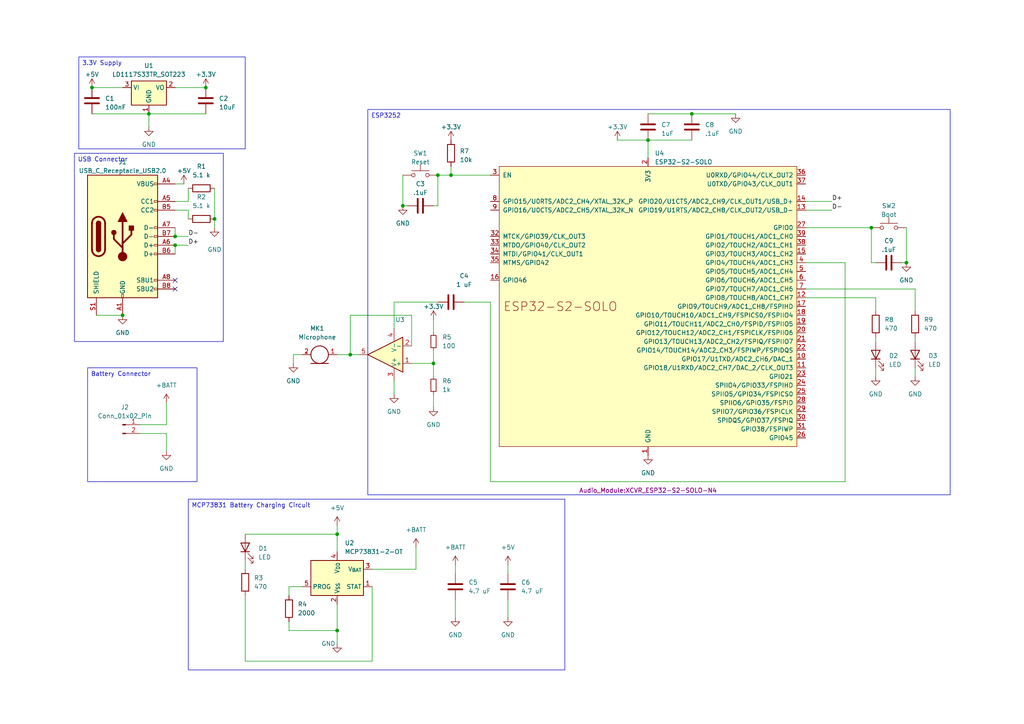
<source format=kicad_sch>
(kicad_sch (version 20230121) (generator eeschema)
  (paper "A4")
  (lib_symbols
    (symbol "Battery_Management:MCP73831-2-OT"
      (property "Reference" "U" (at -7.62 6.35 0))
      (property "Value" "MCP73831-2-OT" (at 1.27 6.35 0))
      (symbol "MCP73831-2-OT_0_1"
        (rectangle (start -7.62 5.08) (end 7.62 -5.08) (stroke (width 0.254)) (fill (type background)))
      )
      (symbol "MCP73831-2-OT_1_1"
        (pin output line (at 10.16 -2.54 180) (length 2.54) (name "STAT") (number "1"))
        (pin power_in line (at 0 -7.62 90) (length 2.54) (name "V_{SS}") (number "2"))
        (pin power_out line (at 10.16 2.54 180) (length 2.54) (name "V_{BAT}") (number "3"))
        (pin power_in line (at 0 7.62 270) (length 2.54) (name "V_{DD}") (number "4"))
        (pin input line (at -10.16 -2.54 0) (length 2.54) (name "PROG") (number "5"))
      )
    )
    (symbol "Connector:Conn_01x02_Pin" (pin_names (offset 1.016) hide)
      (property "Reference" "J" (at 0 2.54 0))
      (property "Value" "Conn_01x02_Pin" (at 0 -5.08 0))
      (symbol "Conn_01x02_Pin_1_1"
        (polyline (pts (xy 1.27 -2.54) (xy 0.8636 -2.54)) (stroke (width 0.1524)))
        (polyline (pts (xy 1.27 0) (xy 0.8636 0)) (stroke (width 0.1524)))
        (rectangle (start 0.8636 -2.413) (end 0 -2.667) (stroke (width 0.1524)) (fill (type outline)))
        (rectangle (start 0.8636 0.127) (end 0 -0.127) (stroke (width 0.1524)) (fill (type outline)))
        (pin passive line (at 5.08 0 180) (length 3.81) (name "Pin_1") (number "1"))
        (pin passive line (at 5.08 -2.54 180) (length 3.81) (name "Pin_2") (number "2"))
      )
    )
    (symbol "Connector:USB_C_Receptacle_USB2.0" (pin_names (offset 1.016))
      (property "Reference" "J" (at -10.16 19.05 0))
      (property "Value" "USB_C_Receptacle_USB2.0" (at 19.05 19.05 0))
      (symbol "USB_C_Receptacle_USB2.0_0_0"
        (rectangle (start -0.254 -17.78) (end 0.254 -16.764))
        (rectangle (start 10.16 -14.986) (end 9.144 -15.494))
        (rectangle (start 10.16 -12.446) (end 9.144 -12.954))
        (rectangle (start 10.16 -4.826) (end 9.144 -5.334))
        (rectangle (start 10.16 -2.286) (end 9.144 -2.794))
        (rectangle (start 10.16 0.254) (end 9.144 -0.254))
        (rectangle (start 10.16 2.794) (end 9.144 2.286))
        (rectangle (start 10.16 7.874) (end 9.144 7.366))
        (rectangle (start 10.16 10.414) (end 9.144 9.906))
        (rectangle (start 10.16 15.494) (end 9.144 14.986))
      )
      (symbol "USB_C_Receptacle_USB2.0_0_1"
        (rectangle (start -10.16 17.78) (end 10.16 -17.78) (stroke (width 0.254)) (fill (type background)))
        (arc (start -8.89 -3.81) (mid -6.985 -5.7067) (end -5.08 -3.81) (stroke (width 0.508)))
        (arc (start -7.62 -3.81) (mid -6.985 -4.4423) (end -6.35 -3.81) (stroke (width 0.254)))
        (arc (start -7.62 -3.81) (mid -6.985 -4.4423) (end -6.35 -3.81) (stroke (width 0.254)) (fill (type outline)))
        (rectangle (start -7.62 -3.81) (end -6.35 3.81) (stroke (width 0.254)) (fill (type outline)))
        (arc (start -6.35 3.81) (mid -6.985 4.4423) (end -7.62 3.81) (stroke (width 0.254)))
        (arc (start -6.35 3.81) (mid -6.985 4.4423) (end -7.62 3.81) (stroke (width 0.254)) (fill (type outline)))
        (arc (start -5.08 3.81) (mid -6.985 5.7067) (end -8.89 3.81) (stroke (width 0.508)))
        (circle (center -2.54 1.143) (radius 0.635) (stroke (width 0.254)) (fill (type outline)))
        (circle (center 0 -5.842) (radius 1.27) (fill (type outline)))
        (polyline (pts (xy -8.89 -3.81) (xy -8.89 3.81)) (stroke (width 0.508)))
        (polyline (pts (xy -5.08 3.81) (xy -5.08 -3.81)) (stroke (width 0.508)))
        (polyline (pts (xy 0 -5.842) (xy 0 4.318)) (stroke (width 0.508)))
        (polyline (pts (xy 0 -3.302) (xy -2.54 -0.762) (xy -2.54 0.508)) (stroke (width 0.508)))
        (polyline (pts (xy 0 -2.032) (xy 2.54 0.508) (xy 2.54 1.778)) (stroke (width 0.508)))
        (polyline (pts (xy -1.27 4.318) (xy 0 6.858) (xy 1.27 4.318) (xy -1.27 4.318)) (stroke (width 0.254)) (fill (type outline)))
        (rectangle (start 1.905 1.778) (end 3.175 3.048) (stroke (width 0.254)) (fill (type outline)))
      )
      (symbol "USB_C_Receptacle_USB2.0_1_1"
        (pin passive line (at 0 -22.86 90) (length 5.08) (name "GND") (number "A1"))
        (pin passive line (at 0 -22.86 90) (length 5.08) hide (name "GND") (number "A12"))
        (pin passive line (at 15.24 15.24 180) (length 5.08) (name "VBUS") (number "A4"))
        (pin bidirectional line (at 15.24 10.16 180) (length 5.08) (name "CC1") (number "A5"))
        (pin bidirectional line (at 15.24 -2.54 180) (length 5.08) (name "D+") (number "A6"))
        (pin bidirectional line (at 15.24 2.54 180) (length 5.08) (name "D-") (number "A7"))
        (pin bidirectional line (at 15.24 -12.7 180) (length 5.08) (name "SBU1") (number "A8"))
        (pin passive line (at 15.24 15.24 180) (length 5.08) hide (name "VBUS") (number "A9"))
        (pin passive line (at 0 -22.86 90) (length 5.08) hide (name "GND") (number "B1"))
        (pin passive line (at 0 -22.86 90) (length 5.08) hide (name "GND") (number "B12"))
        (pin passive line (at 15.24 15.24 180) (length 5.08) hide (name "VBUS") (number "B4"))
        (pin bidirectional line (at 15.24 7.62 180) (length 5.08) (name "CC2") (number "B5"))
        (pin bidirectional line (at 15.24 -5.08 180) (length 5.08) (name "D+") (number "B6"))
        (pin bidirectional line (at 15.24 0 180) (length 5.08) (name "D-") (number "B7"))
        (pin bidirectional line (at 15.24 -15.24 180) (length 5.08) (name "SBU2") (number "B8"))
        (pin passive line (at 15.24 15.24 180) (length 5.08) hide (name "VBUS") (number "B9"))
        (pin passive line (at -7.62 -22.86 90) (length 5.08) (name "SHIELD") (number "S1"))
      )
    )
    (symbol "Device:C" (pin_numbers hide) (pin_names (offset 0.254))
      (property "Reference" "C" (at 0.635 2.54 0))
      (property "Value" "C" (at 0.635 -2.54 0))
      (symbol "C_0_1"
        (polyline (pts (xy -2.032 -0.762) (xy 2.032 -0.762)) (stroke (width 0.508)))
        (polyline (pts (xy -2.032 0.762) (xy 2.032 0.762)) (stroke (width 0.508)))
      )
      (symbol "C_1_1"
        (pin passive line (at 0 3.81 270) (length 2.794) (name "~") (number "1"))
        (pin passive line (at 0 -3.81 90) (length 2.794) (name "~") (number "2"))
      )
    )
    (symbol "Device:LED" (pin_numbers hide) (pin_names (offset 1.016) hide)
      (property "Reference" "D" (at 0 2.54 0))
      (property "Value" "LED" (at 0 -2.54 0))
      (symbol "LED_0_1"
        (polyline (pts (xy -1.27 -1.27) (xy -1.27 1.27)) (stroke (width 0.254)))
        (polyline (pts (xy -1.27 0) (xy 1.27 0)))
        (polyline (pts (xy 1.27 -1.27) (xy 1.27 1.27) (xy -1.27 0) (xy 1.27 -1.27)) (stroke (width 0.254)))
        (polyline (pts (xy -3.048 -0.762) (xy -4.572 -2.286) (xy -3.81 -2.286) (xy -4.572 -2.286) (xy -4.572 -1.524)))
        (polyline (pts (xy -1.778 -0.762) (xy -3.302 -2.286) (xy -2.54 -2.286) (xy -3.302 -2.286) (xy -3.302 -1.524)))
      )
      (symbol "LED_1_1"
        (pin passive line (at -3.81 0 0) (length 2.54) (name "K") (number "1"))
        (pin passive line (at 3.81 0 180) (length 2.54) (name "A") (number "2"))
      )
    )
    (symbol "Device:Microphone" (pin_names (offset 0.0254) hide)
      (property "Reference" "MK" (at -3.81 1.27 0))
      (property "Value" "Microphone" (at -3.81 -0.635 0))
      (symbol "Microphone_0_1"
        (polyline (pts (xy -2.54 2.54) (xy -2.54 -2.54)) (stroke (width 0.254)))
        (polyline (pts (xy 0.254 3.81) (xy 0.762 3.81)))
        (polyline (pts (xy 0.508 4.064) (xy 0.508 3.556)))
        (circle (center 0 0) (radius 2.54) (stroke (width 0.254)))
      )
      (symbol "Microphone_1_1"
        (pin passive line (at 0 -5.08 90) (length 2.54) (name "-") (number "1"))
        (pin passive line (at 0 5.08 270) (length 2.54) (name "+") (number "2"))
      )
    )
    (symbol "Device:R" (pin_numbers hide) (pin_names (offset 0))
      (property "Reference" "R" (at 2.032 0 90))
      (property "Value" "R" (at 0 0 90))
      (symbol "R_0_1"
        (rectangle (start -1.016 -2.54) (end 1.016 2.54) (stroke (width 0.254)))
      )
      (symbol "R_1_1"
        (pin passive line (at 0 3.81 270) (length 1.27) (name "~") (number "1"))
        (pin passive line (at 0 -3.81 90) (length 1.27) (name "~") (number "2"))
      )
    )
    (symbol "Device:R_Small" (pin_numbers hide) (pin_names (offset 0.254) hide)
      (property "Reference" "R" (at 0.762 0.508 0))
      (property "Value" "R_Small" (at 0.762 -1.016 0))
      (symbol "R_Small_0_1"
        (rectangle (start -0.762 1.778) (end 0.762 -1.778) (stroke (width 0.2032)))
      )
      (symbol "R_Small_1_1"
        (pin passive line (at 0 2.54 270) (length 0.762) (name "~") (number "1"))
        (pin passive line (at 0 -2.54 90) (length 0.762) (name "~") (number "2"))
      )
    )
    (symbol "Regulator_Linear:LD1117S33TR_SOT223"
      (property "Reference" "U" (at -3.81 3.175 0))
      (property "Value" "LD1117S33TR_SOT223" (at 0 3.175 0))
      (symbol "LD1117S33TR_SOT223_0_1"
        (rectangle (start -5.08 -5.08) (end 5.08 1.905) (stroke (width 0.254)) (fill (type background)))
      )
      (symbol "LD1117S33TR_SOT223_1_1"
        (pin power_in line (at 0 -7.62 90) (length 2.54) (name "GND") (number "1"))
        (pin power_out line (at 7.62 0 180) (length 2.54) (name "VO") (number "2"))
        (pin power_in line (at -7.62 0 0) (length 2.54) (name "VI") (number "3"))
      )
    )
    (symbol "Simulation_SPICE:OPAMP" (pin_names (offset 0.254))
      (property "Reference" "U" (at 3.81 3.175 0))
      (property "Value" "${SIM.PARAMS}" (at 3.81 -3.175 0))
      (symbol "OPAMP_0_1"
        (polyline (pts (xy 5.08 0) (xy -5.08 5.08) (xy -5.08 -5.08) (xy 5.08 0)) (stroke (width 0.254)) (fill (type background)))
      )
      (symbol "OPAMP_1_1"
        (pin input line (at -7.62 2.54 0) (length 2.54) (name "+") (number "1"))
        (pin input line (at -7.62 -2.54 0) (length 2.54) (name "-") (number "2"))
        (pin power_in line (at -2.54 7.62 270) (length 3.81) (name "V+") (number "3"))
        (pin power_in line (at -2.54 -7.62 90) (length 3.81) (name "V-") (number "4"))
        (pin output line (at 7.62 0 180) (length 2.54) (name "~") (number "5"))
      )
    )
    (symbol "Switch:SW_Omron_B3FS" (pin_numbers hide) (pin_names (offset 1.016) hide)
      (property "Reference" "SW" (at 1.27 2.54 0))
      (property "Value" "SW_Omron_B3FS" (at 0 -1.524 0))
      (symbol "SW_Omron_B3FS_0_1"
        (circle (center -2.032 0) (radius 0.508))
        (polyline (pts (xy 0 1.27) (xy 0 3.048)))
        (polyline (pts (xy 2.54 1.27) (xy -2.54 1.27)))
        (circle (center 2.032 0) (radius 0.508))
        (pin passive line (at -5.08 0 0) (length 2.54) (name "1") (number "1"))
        (pin passive line (at 5.08 0 180) (length 2.54) (name "2") (number "2"))
      )
    )
    (symbol "esp32:ESP32-S2-SOLO" (pin_names (offset 1.016))
      (property "Reference" "U" (at -43.18 45.72 0))
      (property "Value" "ESP32-S2-SOLO" (at -43.18 43.18 0))
      (symbol "ESP32-S2-SOLO_0_1"
        (rectangle (start -43.18 40.64) (end 43.18 -40.64) (fill (type background)))
      )
      (symbol "ESP32-S2-SOLO_1_1"
        (text "ESP32-S2-SOLO" (at -25.4 0 0) (effects (font (size 2.54 2.54))))
        (pin power_in line (at 0 -43.18 90) (length 2.54) (name "GND") (number "1"))
        (pin bidirectional line (at 45.72 -15.24 180) (length 2.54) (name "GPIO17/U1TXD/ADC2_CH6/DAC_1") (number "10"))
        (pin bidirectional line (at 45.72 -17.78 180) (length 2.54) (name "GPIO18/U1RXD/ADC2_CH7/DAC_2/CLK_OUT3") (number "11"))
        (pin bidirectional line (at 45.72 2.54 180) (length 2.54) (name "GPIO8/TOUCH8/ADC1_CH7") (number "12"))
        (pin bidirectional line (at 45.72 27.94 180) (length 2.54) (name "GPIO19/U1RTS/ADC2_CH8/CLK_OUT2/USB_D-") (number "13"))
        (pin bidirectional line (at 45.72 30.48 180) (length 2.54) (name "GPIO20/U1CTS/ADC2_CH9/CLK_OUT1/USB_D+") (number "14"))
        (pin bidirectional line (at 45.72 15.24 180) (length 2.54) (name "GPIO3/TOUCH3/ADC1_CH2") (number "15"))
        (pin input line (at -45.72 7.62 0) (length 2.54) (name "GPIO46") (number "16"))
        (pin bidirectional line (at 45.72 0 180) (length 2.54) (name "GPIO9/TOUCH9/ADC1_CH8/FSPIHD") (number "17"))
        (pin bidirectional line (at 45.72 -2.54 180) (length 2.54) (name "GPIO10/TOUCH10/ADC1_CH9/FSPICS0/FSPIIO4") (number "18"))
        (pin bidirectional line (at 45.72 -5.08 180) (length 2.54) (name "GPIO11/TOUCH11/ADC2_CH0/FSPID/FSPIIO5") (number "19"))
        (pin power_in line (at 0 43.18 270) (length 2.54) (name "3V3") (number "2"))
        (pin bidirectional line (at 45.72 -7.62 180) (length 2.54) (name "GPIO12/TOUCH12/ADC2_CH1/FSPICLK/FSPIIO6") (number "20"))
        (pin bidirectional line (at 45.72 -10.16 180) (length 2.54) (name "GPIO13/TOUCH13/ADC2_CH2/FSPIQ/FSPIIO7") (number "21"))
        (pin bidirectional line (at 45.72 -12.7 180) (length 2.54) (name "GPIO14/TOUCH14/ADC2_CH3/FSPIWP/FSPIDQS") (number "22"))
        (pin bidirectional line (at 45.72 -20.32 180) (length 2.54) (name "GPIO21") (number "23"))
        (pin bidirectional line (at 45.72 -22.86 180) (length 2.54) (name "SPIIO4/GPIO33/FSPIHD") (number "24"))
        (pin bidirectional line (at 45.72 -25.4 180) (length 2.54) (name "SPIIO5/GPIO34/FSPICS0") (number "25"))
        (pin bidirectional line (at 45.72 -38.1 180) (length 2.54) (name "GPIO45") (number "26"))
        (pin bidirectional line (at 45.72 22.86 180) (length 2.54) (name "GPIO0") (number "27"))
        (pin bidirectional line (at 45.72 -27.94 180) (length 2.54) (name "SPIIO6/GPIO35/FSPID") (number "28"))
        (pin bidirectional line (at 45.72 -30.48 180) (length 2.54) (name "SPIIO7/GPIO36/FSPICLK") (number "29"))
        (pin bidirectional line (at -45.72 38.1 0) (length 2.54) (name "EN") (number "3"))
        (pin bidirectional line (at 45.72 -33.02 180) (length 2.54) (name "SPIDQS/GPIO37/FSPIQ") (number "30"))
        (pin bidirectional line (at 45.72 -35.56 180) (length 2.54) (name "GPIO38/FSPIWP") (number "31"))
        (pin bidirectional line (at -45.72 20.32 0) (length 2.54) (name "MTCK/GPIO39/CLK_OUT3") (number "32"))
        (pin bidirectional line (at -45.72 17.78 0) (length 2.54) (name "MTDO/GPIO40/CLK_OUT2") (number "33"))
        (pin bidirectional line (at -45.72 15.24 0) (length 2.54) (name "MTDI/GPIO41/CLK_OUT1") (number "34"))
        (pin bidirectional line (at -45.72 12.7 0) (length 2.54) (name "MTMS/GPIO42") (number "35"))
        (pin bidirectional line (at 45.72 38.1 180) (length 2.54) (name "U0RXD/GPIO44/CLK_OUT2") (number "36"))
        (pin bidirectional line (at 45.72 35.56 180) (length 2.54) (name "U0TXD/GPIO43/CLK_OUT1") (number "37"))
        (pin bidirectional line (at 45.72 17.78 180) (length 2.54) (name "GPIO2/TOUCH2/ADC1_CH1") (number "38"))
        (pin bidirectional line (at 45.72 20.32 180) (length 2.54) (name "GPIO1/TOUCH1/ADC1_CH0") (number "39"))
        (pin bidirectional line (at 45.72 12.7 180) (length 2.54) (name "GPIO4/TOUCH4/ADC1_CH3") (number "4"))
        (pin passive line (at 0 -43.18 90) (length 2.54) hide (name "GND") (number "40"))
        (pin passive line (at 0 -43.18 90) (length 2.54) hide (name "GND") (number "41"))
        (pin bidirectional line (at 45.72 10.16 180) (length 2.54) (name "GPIO5/TOUCH5/ADC1_CH4") (number "5"))
        (pin bidirectional line (at 45.72 7.62 180) (length 2.54) (name "GPIO6/TOUCH6/ADC1_CH5") (number "6"))
        (pin bidirectional line (at 45.72 5.08 180) (length 2.54) (name "GPIO7/TOUCH7/ADC1_CH6") (number "7"))
        (pin bidirectional line (at -45.72 30.48 0) (length 2.54) (name "GPIO15/U0RTS/ADC2_CH4/XTAL_32K_P") (number "8"))
        (pin bidirectional line (at -45.72 27.94 0) (length 2.54) (name "GPIO16/U0CTS/ADC2_CH5/XTAL_32K_N") (number "9"))
      )
    )
    (symbol "power:+3.3V" (power) (pin_names (offset 0))
      (property "Value" "+3.3V" (at 0 3.556 0))
      (symbol "+3.3V_0_1"
        (polyline (pts (xy -0.762 1.27) (xy 0 2.54)))
        (polyline (pts (xy 0 0) (xy 0 2.54)))
        (polyline (pts (xy 0 2.54) (xy 0.762 1.27)))
      )
      (symbol "+3.3V_1_1"
        (pin power_in line (at 0 0 90) (length 0) hide (name "+3.3V") (number "1"))
      )
    )
    (symbol "power:+5V" (power) (pin_names (offset 0))
      (property "Value" "+5V" (at 0 3.556 0))
      (symbol "+5V_0_1"
        (polyline (pts (xy -0.762 1.27) (xy 0 2.54)))
        (polyline (pts (xy 0 0) (xy 0 2.54)))
        (polyline (pts (xy 0 2.54) (xy 0.762 1.27)))
      )
      (symbol "+5V_1_1"
        (pin power_in line (at 0 0 90) (length 0) hide (name "+5V") (number "1"))
      )
    )
    (symbol "power:+BATT" (power) (pin_names (offset 0))
      (property "Value" "+BATT" (at 0 3.556 0))
      (symbol "+BATT_0_1"
        (polyline (pts (xy -0.762 1.27) (xy 0 2.54)))
        (polyline (pts (xy 0 0) (xy 0 2.54)))
        (polyline (pts (xy 0 2.54) (xy 0.762 1.27)))
      )
      (symbol "+BATT_1_1"
        (pin power_in line (at 0 0 90) (length 0) hide (name "+BATT") (number "1"))
      )
    )
    (symbol "power:GND" (power) (pin_names (offset 0))
      (property "Value" "GND" (at 0 -3.81 0))
      (symbol "GND_0_1"
        (polyline (pts (xy 0 0) (xy 0 -1.27) (xy 1.27 -1.27) (xy 0 -2.54) (xy -1.27 -1.27) (xy 0 -1.27)))
      )
      (symbol "GND_1_1"
        (pin power_in line (at 0 0 270) (length 0) hide (name "GND") (number "1"))
      )
    )
  )
  (junction (at 59.69 25.4))
  (junction (at 101.6 102.87))
  (junction (at 97.79 154.94))
  (junction (at 50.8 71.12))
  (junction (at 50.8 68.58))
  (junction (at 35.56 91.44))
  (junction (at 62.23 63.5))
  (junction (at 116.84 59.69))
  (junction (at 130.81 50.8))
  (junction (at 200.66 33.02))
  (junction (at 127 50.8))
  (junction (at 43.18 33.02))
  (junction (at 262.89 76.2))
  (junction (at 252.73 66.04))
  (junction (at 97.79 182.88))
  (junction (at 187.96 40.64))
  (junction (at 125.73 105.41))
  (junction (at 26.67 25.4))
  (no_connect (at 50.8 83.82))
  (no_connect (at 50.8 81.28))
  (wire (pts (xy 26.67 33.02) (xy 43.18 33.02)))
  (wire (pts (xy 50.8 58.42) (xy 54.61 58.42)))
  (wire (pts (xy 245.11 76.2) (xy 233.68 76.2)))
  (wire (pts (xy 147.32 163.83) (xy 147.32 166.37)))
  (wire (pts (xy 254 106.68) (xy 254 109.22)))
  (wire (pts (xy 130.81 50.8) (xy 127 50.8)))
  (wire (pts (xy 252.73 66.04) (xy 252.73 76.2)))
  (wire (pts (xy 43.18 33.02) (xy 43.18 36.83)))
  (wire (pts (xy 233.68 60.96) (xy 241.3 60.96)))
  (wire (pts (xy 48.26 116.84) (xy 48.26 123.19)))
  (wire (pts (xy 26.67 25.4) (xy 35.56 25.4)))
  (wire (pts (xy 101.6 91.44) (xy 101.6 102.87)))
  (wire (pts (xy 245.11 139.7) (xy 245.11 76.2)))
  (wire (pts (xy 142.24 87.63) (xy 142.24 139.7)))
  (wire (pts (xy 262.89 76.2) (xy 261.62 76.2)))
  (wire (pts (xy 83.82 182.88) (xy 97.79 182.88)))
  (wire (pts (xy 233.68 66.04) (xy 252.73 66.04)))
  (wire (pts (xy 120.65 158.75) (xy 120.65 165.1)))
  (wire (pts (xy 71.12 191.77) (xy 71.12 172.72)))
  (wire (pts (xy 85.09 102.87) (xy 85.09 105.41)))
  (wire (pts (xy 54.61 58.42) (xy 54.61 54.61)))
  (wire (pts (xy 27.94 91.44) (xy 35.56 91.44)))
  (wire (pts (xy 97.79 175.26) (xy 97.79 182.88)))
  (wire (pts (xy 125.73 92.71) (xy 125.73 96.52)))
  (wire (pts (xy 179.07 40.64) (xy 187.96 40.64)))
  (wire (pts (xy 125.73 105.41) (xy 125.73 109.22)))
  (wire (pts (xy 50.8 71.12) (xy 54.61 71.12)))
  (wire (pts (xy 50.8 60.96) (xy 54.61 60.96)))
  (wire (pts (xy 50.8 53.34) (xy 53.34 53.34)))
  (wire (pts (xy 71.12 162.56) (xy 71.12 165.1)))
  (wire (pts (xy 40.64 125.73) (xy 48.26 125.73)))
  (wire (pts (xy 97.79 152.4) (xy 97.79 154.94)))
  (wire (pts (xy 187.96 33.02) (xy 200.66 33.02)))
  (wire (pts (xy 125.73 101.6) (xy 125.73 105.41)))
  (wire (pts (xy 265.43 106.68) (xy 265.43 109.22)))
  (wire (pts (xy 114.3 110.49) (xy 114.3 114.3)))
  (wire (pts (xy 101.6 102.87) (xy 104.14 102.87)))
  (wire (pts (xy 50.8 25.4) (xy 59.69 25.4)))
  (wire (pts (xy 187.96 40.64) (xy 200.66 40.64)))
  (wire (pts (xy 116.84 59.69) (xy 116.84 50.8)))
  (wire (pts (xy 107.95 170.18) (xy 107.95 191.77)))
  (wire (pts (xy 233.68 83.82) (xy 265.43 83.82)))
  (wire (pts (xy 142.24 139.7) (xy 245.11 139.7)))
  (wire (pts (xy 132.08 173.99) (xy 132.08 179.07)))
  (wire (pts (xy 254 86.36) (xy 254 90.17)))
  (wire (pts (xy 83.82 180.34) (xy 83.82 182.88)))
  (wire (pts (xy 50.8 71.12) (xy 50.8 73.66)))
  (wire (pts (xy 200.66 33.02) (xy 213.36 33.02)))
  (wire (pts (xy 119.38 91.44) (xy 101.6 91.44)))
  (wire (pts (xy 265.43 83.82) (xy 265.43 90.17)))
  (wire (pts (xy 114.3 87.63) (xy 127 87.63)))
  (wire (pts (xy 125.73 114.3) (xy 125.73 118.11)))
  (wire (pts (xy 233.68 58.42) (xy 241.3 58.42)))
  (wire (pts (xy 233.68 86.36) (xy 254 86.36)))
  (wire (pts (xy 134.62 87.63) (xy 142.24 87.63)))
  (wire (pts (xy 262.89 66.04) (xy 262.89 76.2)))
  (wire (pts (xy 265.43 97.79) (xy 265.43 99.06)))
  (wire (pts (xy 87.63 170.18) (xy 83.82 170.18)))
  (wire (pts (xy 97.79 182.88) (xy 97.79 186.69)))
  (wire (pts (xy 130.81 48.26) (xy 130.81 50.8)))
  (wire (pts (xy 254 97.79) (xy 254 99.06)))
  (wire (pts (xy 40.64 123.19) (xy 48.26 123.19)))
  (wire (pts (xy 83.82 170.18) (xy 83.82 172.72)))
  (wire (pts (xy 130.81 50.8) (xy 142.24 50.8)))
  (wire (pts (xy 54.61 68.58) (xy 50.8 68.58)))
  (wire (pts (xy 187.96 40.64) (xy 187.96 45.72)))
  (wire (pts (xy 97.79 102.87) (xy 101.6 102.87)))
  (wire (pts (xy 125.73 59.69) (xy 127 59.69)))
  (wire (pts (xy 107.95 165.1) (xy 120.65 165.1)))
  (wire (pts (xy 62.23 54.61) (xy 62.23 63.5)))
  (wire (pts (xy 118.11 59.69) (xy 116.84 59.69)))
  (wire (pts (xy 54.61 60.96) (xy 54.61 63.5)))
  (wire (pts (xy 119.38 105.41) (xy 125.73 105.41)))
  (wire (pts (xy 127 50.8) (xy 127 59.69)))
  (wire (pts (xy 119.38 100.33) (xy 119.38 91.44)))
  (wire (pts (xy 107.95 191.77) (xy 71.12 191.77)))
  (wire (pts (xy 97.79 154.94) (xy 97.79 160.02)))
  (wire (pts (xy 87.63 102.87) (xy 85.09 102.87)))
  (wire (pts (xy 132.08 163.83) (xy 132.08 166.37)))
  (wire (pts (xy 50.8 66.04) (xy 50.8 68.58)))
  (wire (pts (xy 43.18 33.02) (xy 59.69 33.02)))
  (wire (pts (xy 97.79 154.94) (xy 71.12 154.94)))
  (wire (pts (xy 147.32 173.99) (xy 147.32 179.07)))
  (wire (pts (xy 62.23 63.5) (xy 62.23 66.04)))
  (wire (pts (xy 114.3 95.25) (xy 114.3 87.63)))
  (wire (pts (xy 254 76.2) (xy 252.73 76.2)))
  (wire (pts (xy 48.26 125.73) (xy 48.26 130.81)))
  (text_box "Battery Connector" (at 25.4 106.68 0) (size 31.75 33.02) (effects (font (size 1.27 1.27)) (justify left top)))
  (text_box "ESP3252" (at 106.68 31.75 0) (size 168.91 111.76) (effects (font (size 1.27 1.27)) (justify left top)))
  (text_box "USB Connector" (at 21.59 44.45 0) (size 43.18 54.61) (effects (font (size 1.27 1.27)) (justify left top)))
  (text_box "3.3V Supply" (at 22.86 16.51 0) (size 48.26 26.67) (effects (font (size 1.27 1.27)) (justify left top)))
  (text_box "MCP73831 Battery Charging Circuit" (at 54.61 144.78 0) (size 109.22 49.53) (effects (font (size 1.27 1.27)) (justify left top)))
  (label "D+" (at 54.61 71.12 0))
  (label "D-" (at 241.3 60.96 0))
  (label "D-" (at 54.61 68.58 0))
  (label "D+" (at 241.3 58.42 0))
  (symbol (lib_id "power:+5V") (at 26.67 25.4 0) (unit 1)
    (property "Reference" "#PWR01" (effects hide))
    (property "Value" "+5V" (at 26.67 21.59 0))
  )
  (symbol (lib_id "power:GND") (at 116.84 59.69 0) (unit 1)
    (property "Reference" "#PWR013" (effects hide))
    (property "Value" "GND" (at 116.84 64.77 0))
  )
  (symbol (lib_id "Device:C") (at 130.81 87.63 270) (unit 1)
    (property "Reference" "C4" (at 134.62 80.01 90))
    (property "Value" "1 uF" (at 134.62 82.55 90))
    (property "Footprint" "Capacitor_SMD:C_0603_1608Metric" (effects hide))
  )
  (symbol (lib_id "Device:R") (at 58.42 54.61 90) (unit 1)
    (property "Reference" "R1" (at 58.42 48.26 90))
    (property "Value" "5.1 k" (at 58.42 50.8 90))
    (property "Footprint" "Resistor_SMD:R_0603_1608Metric" (effects hide))
  )
  (symbol (lib_id "power:GND") (at 43.18 36.83 0) (unit 1)
    (property "Reference" "#PWR03" (effects hide))
    (property "Value" "GND" (at 43.18 41.91 0))
  )
  (symbol (lib_id "Device:R_Small") (at 125.73 99.06 0) (unit 1)
    (property "Reference" "R5" (at 128.27 97.79 0) (effects (justify left)))
    (property "Value" "100" (at 128.27 100.33 0) (effects (justify left)))
    (property "Footprint" "Resistor_SMD:R_0603_1608Metric" (effects hide))
  )
  (symbol (lib_id "Connector:Conn_01x02_Pin") (at 35.56 123.19 0) (unit 1)
    (property "Reference" "J2" (at 36.195 118.11 0))
    (property "Value" "Conn_01x02_Pin" (at 36.195 120.65 0))
    (property "Footprint" "Audio_Module:CONN_61300211121_WRE" (effects hide))
  )
  (symbol (lib_id "power:GND") (at 262.89 76.2 0) (unit 1)
    (property "Reference" "#PWR026" (effects hide))
    (property "Value" "GND" (at 262.89 81.28 0))
  )
  (symbol (lib_id "Device:R") (at 130.81 44.45 0) (unit 1)
    (property "Reference" "R7" (at 133.35 43.815 0) (effects (justify left)))
    (property "Value" "10k" (at 133.35 46.355 0) (effects (justify left)))
    (property "Footprint" "Resistor_SMD:R_0603_1608Metric" (effects hide))
  )
  (symbol (lib_id "Battery_Management:MCP73831-2-OT") (at 97.79 167.64 0) (unit 1)
    (property "Reference" "U2" (at 99.9841 157.48 0) (effects (justify left)))
    (property "Value" "MCP73831-2-OT" (at 99.9841 160.02 0) (effects (justify left)))
    (property "Footprint" "Package_TO_SOT_SMD:SOT-23-5" (effects hide))
    (property "Datasheet" "http://ww1.microchip.com/downloads/en/DeviceDoc/20001984g.pdf" (effects hide))
  )
  (symbol (lib_id "Device:LED") (at 265.43 102.87 90) (unit 1)
    (property "Reference" "D3" (at 269.24 103.1875 90) (effects (justify right)))
    (property "Value" "LED" (at 269.24 105.7275 90) (effects (justify right)))
    (property "Footprint" "LED_SMD:LED_0603_1608Metric" (effects hide))
  )
  (symbol (lib_id "power:GND") (at 97.79 186.69 0) (unit 1)
    (property "Reference" "#PWR011" (effects hide))
    (property "Value" "GND" (at 95.25 186.69 0))
  )
  (symbol (lib_id "power:GND") (at 265.43 109.22 0) (unit 1)
    (property "Reference" "#PWR027" (effects hide))
    (property "Value" "GND" (at 265.43 114.3 0))
  )
  (symbol (lib_id "Device:R_Small") (at 125.73 111.76 0) (unit 1)
    (property "Reference" "R6" (at 128.27 110.49 0) (effects (justify left)))
    (property "Value" "1k" (at 128.27 113.03 0) (effects (justify left)))
    (property "Footprint" "Resistor_SMD:R_0603_1608Metric" (effects hide))
  )
  (symbol (lib_id "power:+3.3V") (at 179.07 40.64 0) (unit 1)
    (property "Reference" "#PWR022" (effects hide))
    (property "Value" "+3.3V" (at 179.07 36.83 0))
  )
  (symbol (lib_id "power:+3.3V") (at 130.81 40.64 0) (unit 1)
    (property "Reference" "#PWR017" (effects hide))
    (property "Value" "+3.3V" (at 130.81 36.83 0))
  )
  (symbol (lib_id "Device:Microphone") (at 92.71 102.87 90) (unit 1)
    (property "Reference" "MK1" (at 92.0115 95.25 90))
    (property "Value" "Microphone" (at 92.0115 97.79 90))
    (property "Footprint" "Audio_Module:MIC_CMA-4544PF-W" (effects hide))
  )
  (symbol (lib_id "power:GND") (at 187.96 132.08 0) (unit 1)
    (property "Reference" "#PWR023" (effects hide))
    (property "Value" "GND" (at 187.96 137.16 0))
  )
  (symbol (lib_id "Switch:SW_Omron_B3FS") (at 121.92 50.8 0) (unit 1)
    (property "Reference" "SW1" (at 121.92 44.45 0))
    (property "Value" "Reset" (at 121.92 46.99 0))
    (property "Footprint" "Audio_Module:D6R90_CNK" (effects hide))
    (property "Datasheet" "https://omronfs.omron.com/en_US/ecb/products/pdf/en-b3fs.pdf" (effects hide))
  )
  (symbol (lib_id "Connector:USB_C_Receptacle_USB2.0") (at 35.56 68.58 0) (unit 1)
    (property "Reference" "J1" (at 35.56 46.99 0))
    (property "Value" "USB_C_Receptacle_USB2.0" (at 35.56 49.53 0))
    (property "Footprint" "Audio_Module:GCT_USB4105-GF-A" (effects hide))
    (property "Datasheet" "https://www.usb.org/sites/default/files/documents/usb_type-c.zip" (effects hide))
    (property "Digikey" "https://www.digikey.com/en/products/detail/jae-electronics/dx07s016ja1r1500/11585731" (effects hide))
  )
  (symbol (lib_id "Device:R") (at 58.42 63.5 270) (unit 1)
    (property "Reference" "R2" (at 58.42 57.15 90))
    (property "Value" "5.1 k" (at 58.42 59.69 90))
    (property "Footprint" "Resistor_SMD:R_0603_1608Metric" (effects hide))
  )
  (symbol (lib_id "Device:C") (at 257.81 76.2 90) (unit 1)
    (property "Reference" "C9" (at 257.81 69.85 90))
    (property "Value" ".1uF" (at 257.81 72.39 90))
    (property "Footprint" "Capacitor_SMD:C_0603_1608Metric" (effects hide))
  )
  (symbol (lib_id "power:GND") (at 132.08 179.07 0) (unit 1)
    (property "Reference" "#PWR019" (effects hide))
    (property "Value" "GND" (at 132.08 184.15 0))
  )
  (symbol (lib_id "Regulator_Linear:LD1117S33TR_SOT223") (at 43.18 25.4 0) (unit 1)
    (property "Reference" "U1" (at 43.18 19.05 0))
    (property "Value" "LD1117S33TR_SOT223" (at 43.18 21.59 0))
    (property "Footprint" "Package_TO_SOT_SMD:SOT-223-3_TabPin2" (effects hide))
    (property "Datasheet" "http://www.st.com/st-web-ui/static/active/en/resource/technical/document/datasheet/CD00000544.pdf" (effects hide))
  )
  (symbol (lib_id "power:+BATT") (at 48.26 116.84 0) (unit 1)
    (property "Reference" "#PWR04" (effects hide))
    (property "Value" "+BATT" (at 48.26 111.76 0))
  )
  (symbol (lib_id "power:GND") (at 213.36 33.02 0) (unit 1)
    (property "Reference" "#PWR024" (effects hide))
    (property "Value" "GND" (at 213.36 38.1 0))
  )
  (symbol (lib_id "Device:C") (at 132.08 170.18 0) (unit 1)
    (property "Reference" "C5" (at 135.89 168.91 0) (effects (justify left)))
    (property "Value" "4.7 uF" (at 135.89 171.45 0) (effects (justify left)))
    (property "Footprint" "Capacitor_SMD:C_0603_1608Metric" (effects hide))
  )
  (symbol (lib_id "power:GND") (at 125.73 118.11 0) (unit 1)
    (property "Reference" "#PWR016" (effects hide))
    (property "Value" "GND" (at 125.73 123.19 0))
  )
  (symbol (lib_id "power:GND") (at 147.32 179.07 0) (unit 1)
    (property "Reference" "#PWR021" (effects hide))
    (property "Value" "GND" (at 147.32 184.15 0))
  )
  (symbol (lib_id "Device:C") (at 147.32 170.18 0) (unit 1)
    (property "Reference" "C6" (at 151.13 168.91 0) (effects (justify left)))
    (property "Value" "4.7 uF" (at 151.13 171.45 0) (effects (justify left)))
    (property "Footprint" "Capacitor_SMD:C_0603_1608Metric" (effects hide))
  )
  (symbol (lib_id "power:GND") (at 85.09 105.41 0) (unit 1)
    (property "Reference" "#PWR09" (effects hide))
    (property "Value" "GND" (at 85.09 110.49 0))
  )
  (symbol (lib_id "power:+5V") (at 147.32 163.83 0) (unit 1)
    (property "Reference" "#PWR020" (effects hide))
    (property "Value" "+5V" (at 147.32 158.75 0))
  )
  (symbol (lib_id "esp32:ESP32-S2-SOLO") (at 187.96 88.9 0) (unit 1)
    (property "Reference" "U4" (at 189.9159 44.45 0) (effects (justify left)))
    (property "Value" "ESP32-S2-SOLO" (at 189.9159 46.99 0) (effects (justify left)))
    (property "Footprint" "Audio_Module:XCVR_ESP32-S2-SOLO-N4" (at 187.96 142.24 0))
    (property "Datasheet" "https://www.espressif.com/sites/default/files/documentation/esp32-s2-solo_esp32-s2-solo-u_datasheet_en.pdf" (effects hide))
  )
  (symbol (lib_id "Simulation_SPICE:OPAMP") (at 111.76 102.87 180) (unit 1)
    (property "Reference" "U3" (at 114.6459 92.71 0) (effects (justify right)))
    (property "Value" "${SIM.PARAMS}" (effects hide))
    (property "Footprint" "Audio_Module:SOT-23-5_MC_MCH-L" (effects hide))
    (property "Sim.Pins" "1=in+ 2=in- 3=vcc 4=vee 5=out" (effects hide))
    (property "Sim.Device" "SUBCKT" (effects hide))
    (property "Sim.Library" "${KICAD7_SYMBOL_DIR}/Simulation_SPICE.sp" (effects hide))
    (property "Sim.Name" "kicad_builtin_opamp" (effects hide))
  )
  (symbol (lib_id "power:GND") (at 114.3 114.3 0) (unit 1)
    (property "Reference" "#PWR012" (effects hide))
    (property "Value" "GND" (at 114.3 119.38 0))
  )
  (symbol (lib_id "power:GND") (at 35.56 91.44 0) (unit 1)
    (property "Reference" "#PWR02" (effects hide))
    (property "Value" "GND" (at 35.56 96.52 0))
  )
  (symbol (lib_id "Device:LED") (at 254 102.87 90) (unit 1)
    (property "Reference" "D2" (at 257.81 103.1875 90) (effects (justify right)))
    (property "Value" "LED" (at 257.81 105.7275 90) (effects (justify right)))
    (property "Footprint" "LED_SMD:LED_0603_1608Metric" (effects hide))
  )
  (symbol (lib_id "Device:C") (at 26.67 29.21 0) (unit 1)
    (property "Reference" "C1" (at 30.48 28.575 0) (effects (justify left)))
    (property "Value" "100nF" (at 30.48 31.115 0) (effects (justify left)))
    (property "Footprint" "Capacitor_SMD:C_0603_1608Metric" (effects hide))
  )
  (symbol (lib_id "Device:LED") (at 71.12 158.75 90) (unit 1)
    (property "Reference" "D1" (at 74.93 159.0675 90) (effects (justify right)))
    (property "Value" "LED" (at 74.93 161.6075 90) (effects (justify right)))
    (property "Footprint" "LED_SMD:LED_0603_1608Metric" (effects hide))
  )
  (symbol (lib_id "power:+BATT") (at 120.65 158.75 0) (unit 1)
    (property "Reference" "#PWR014" (effects hide))
    (property "Value" "+BATT" (at 120.65 153.67 0))
  )
  (symbol (lib_id "Switch:SW_Omron_B3FS") (at 257.81 66.04 0) (unit 1)
    (property "Reference" "SW2" (at 257.81 59.69 0))
    (property "Value" "Boot" (at 257.81 62.23 0))
    (property "Footprint" "Audio_Module:D6R90_CNK" (effects hide))
    (property "Datasheet" "https://omronfs.omron.com/en_US/ecb/products/pdf/en-b3fs.pdf" (effects hide))
  )
  (symbol (lib_id "Device:C") (at 200.66 36.83 0) (unit 1)
    (property "Reference" "C8" (at 204.47 36.195 0) (effects (justify left)))
    (property "Value" ".1uF" (at 204.47 38.735 0) (effects (justify left)))
    (property "Footprint" "Capacitor_SMD:C_0603_1608Metric" (effects hide))
  )
  (symbol (lib_id "power:+3.3V") (at 125.73 92.71 0) (unit 1)
    (property "Reference" "#PWR015" (effects hide))
    (property "Value" "+3.3V" (at 125.73 88.9 0))
  )
  (symbol (lib_id "power:+5V") (at 97.79 152.4 0) (unit 1)
    (property "Reference" "#PWR010" (effects hide))
    (property "Value" "+5V" (at 97.79 147.32 0))
  )
  (symbol (lib_id "power:+3.3V") (at 59.69 25.4 0) (unit 1)
    (property "Reference" "#PWR07" (effects hide))
    (property "Value" "+3.3V" (at 59.69 21.59 0))
  )
  (symbol (lib_id "Device:R") (at 254 93.98 180) (unit 1)
    (property "Reference" "R8" (at 256.54 92.71 0) (effects (justify right)))
    (property "Value" "470" (at 256.54 95.25 0) (effects (justify right)))
    (property "Footprint" "Resistor_SMD:R_0603_1608Metric" (effects hide))
  )
  (symbol (lib_id "Device:R") (at 83.82 176.53 0) (unit 1)
    (property "Reference" "R4" (at 86.36 175.26 0) (effects (justify left)))
    (property "Value" "2000" (at 86.36 177.8 0) (effects (justify left)))
    (property "Footprint" "Resistor_SMD:R_0603_1608Metric" (effects hide))
  )
  (symbol (lib_id "Device:R") (at 265.43 93.98 0) (unit 1)
    (property "Reference" "R9" (at 267.97 92.71 0) (effects (justify left)))
    (property "Value" "470" (at 267.97 95.25 0) (effects (justify left)))
    (property "Footprint" "Resistor_SMD:R_0603_1608Metric" (effects hide))
  )
  (symbol (lib_id "power:GND") (at 62.23 66.04 0) (unit 1)
    (property "Reference" "#PWR08" (effects hide))
    (property "Value" "GND" (at 62.23 72.39 0))
  )
  (symbol (lib_id "power:GND") (at 48.26 130.81 0) (unit 1)
    (property "Reference" "#PWR05" (effects hide))
    (property "Value" "GND" (at 48.26 135.89 0))
  )
  (symbol (lib_id "power:+5V") (at 53.34 53.34 0) (unit 1)
    (property "Reference" "#PWR06" (effects hide))
    (property "Value" "+5V" (at 53.34 49.53 0))
  )
  (symbol (lib_id "power:GND") (at 254 109.22 0) (unit 1)
    (property "Reference" "#PWR025" (effects hide))
    (property "Value" "GND" (at 254 114.3 0))
  )
  (symbol (lib_id "Device:C") (at 59.69 29.21 0) (unit 1)
    (property "Reference" "C2" (at 63.5 28.575 0) (effects (justify left)))
    (property "Value" "10uF" (at 63.5 31.115 0) (effects (justify left)))
    (property "Footprint" "Capacitor_SMD:C_0603_1608Metric" (effects hide))
  )
  (symbol (lib_id "power:+BATT") (at 132.08 163.83 0) (unit 1)
    (property "Reference" "#PWR018" (effects hide))
    (property "Value" "+BATT" (at 132.08 158.75 0))
  )
  (symbol (lib_id "Device:R") (at 71.12 168.91 0) (unit 1)
    (property "Reference" "R3" (at 73.66 167.64 0) (effects (justify left)))
    (property "Value" "470" (at 73.66 170.18 0) (effects (justify left)))
    (property "Footprint" "Resistor_SMD:R_0603_1608Metric" (effects hide))
  )
  (symbol (lib_id "Device:C") (at 121.92 59.69 90) (unit 1)
    (property "Reference" "C3" (at 121.92 53.34 90))
    (property "Value" ".1uF" (at 121.92 55.88 90))
    (property "Footprint" "Capacitor_SMD:C_0603_1608Metric" (effects hide))
  )
  (symbol (lib_id "Device:C") (at 187.96 36.83 0) (unit 1)
    (property "Reference" "C7" (at 191.77 36.195 0) (effects (justify left)))
    (property "Value" "1uF" (at 191.77 38.735 0) (effects (justify left)))
    (property "Footprint" "Capacitor_SMD:C_0603_1608Metric" (effects hide))
  )
)
</source>
